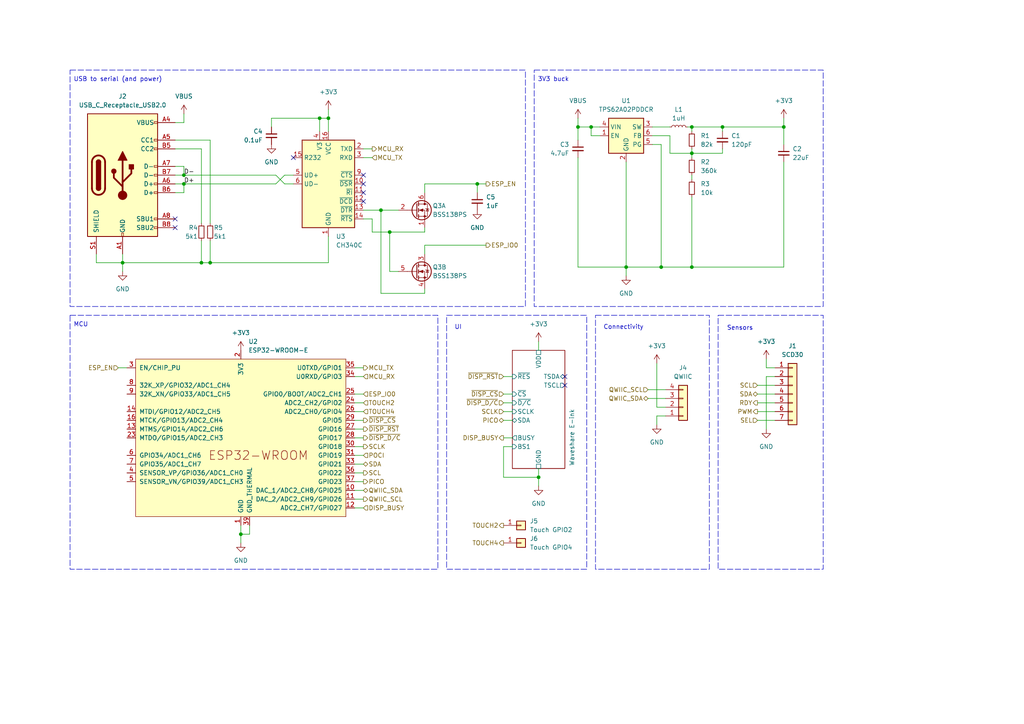
<source format=kicad_sch>
(kicad_sch (version 20231120) (generator "eeschema") (generator_version "8.0")
  (paper "A4")
  (lib_symbols
    (symbol "Connector:USB_C_Receptacle_USB2.0" (pin_names (offset 1.016))
      (property "Reference" "J" (at -10.16 19.05 0))
      (property "Value" "USB_C_Receptacle_USB2.0" (at 19.05 19.05 0))
      (symbol "USB_C_Receptacle_USB2.0_0_0"
        (rectangle (start -0.254 -17.78) (end 0.254 -16.764))
        (rectangle (start 10.16 -14.986) (end 9.144 -15.494))
        (rectangle (start 10.16 -12.446) (end 9.144 -12.954))
        (rectangle (start 10.16 -4.826) (end 9.144 -5.334))
        (rectangle (start 10.16 -2.286) (end 9.144 -2.794))
        (rectangle (start 10.16 0.254) (end 9.144 -0.254))
        (rectangle (start 10.16 2.794) (end 9.144 2.286))
        (rectangle (start 10.16 7.874) (end 9.144 7.366))
        (rectangle (start 10.16 10.414) (end 9.144 9.906))
        (rectangle (start 10.16 15.494) (end 9.144 14.986))
      )
      (symbol "USB_C_Receptacle_USB2.0_0_1"
        (rectangle (start -10.16 17.78) (end 10.16 -17.78) (stroke (width 0.254)) (fill (type background)))
        (arc (start -8.89 -3.81) (mid -6.985 -5.7067) (end -5.08 -3.81) (stroke (width 0.508)))
        (arc (start -7.62 -3.81) (mid -6.985 -4.4423) (end -6.35 -3.81) (stroke (width 0.254)))
        (arc (start -7.62 -3.81) (mid -6.985 -4.4423) (end -6.35 -3.81) (stroke (width 0.254)) (fill (type outline)))
        (rectangle (start -7.62 -3.81) (end -6.35 3.81) (stroke (width 0.254)) (fill (type outline)))
        (arc (start -6.35 3.81) (mid -6.985 4.4423) (end -7.62 3.81) (stroke (width 0.254)))
        (arc (start -6.35 3.81) (mid -6.985 4.4423) (end -7.62 3.81) (stroke (width 0.254)) (fill (type outline)))
        (arc (start -5.08 3.81) (mid -6.985 5.7067) (end -8.89 3.81) (stroke (width 0.508)))
        (circle (center -2.54 1.143) (radius 0.635) (stroke (width 0.254)) (fill (type outline)))
        (circle (center 0 -5.842) (radius 1.27) (fill (type outline)))
        (polyline (pts (xy -8.89 -3.81) (xy -8.89 3.81)) (stroke (width 0.508)))
        (polyline (pts (xy -5.08 3.81) (xy -5.08 -3.81)) (stroke (width 0.508)))
        (polyline (pts (xy 0 -5.842) (xy 0 4.318)) (stroke (width 0.508)))
        (polyline (pts (xy 0 -3.302) (xy -2.54 -0.762) (xy -2.54 0.508)) (stroke (width 0.508)))
        (polyline (pts (xy 0 -2.032) (xy 2.54 0.508) (xy 2.54 1.778)) (stroke (width 0.508)))
        (polyline (pts (xy -1.27 4.318) (xy 0 6.858) (xy 1.27 4.318) (xy -1.27 4.318)) (stroke (width 0.254)) (fill (type outline)))
        (rectangle (start 1.905 1.778) (end 3.175 3.048) (stroke (width 0.254)) (fill (type outline)))
      )
      (symbol "USB_C_Receptacle_USB2.0_1_1"
        (pin passive line (at 0 -22.86 90) (length 5.08) (name "GND") (number "A1"))
        (pin passive line (at 0 -22.86 90) (length 5.08) hide (name "GND") (number "A12"))
        (pin passive line (at 15.24 15.24 180) (length 5.08) (name "VBUS") (number "A4"))
        (pin bidirectional line (at 15.24 10.16 180) (length 5.08) (name "CC1") (number "A5"))
        (pin bidirectional line (at 15.24 -2.54 180) (length 5.08) (name "D+") (number "A6"))
        (pin bidirectional line (at 15.24 2.54 180) (length 5.08) (name "D-") (number "A7"))
        (pin bidirectional line (at 15.24 -12.7 180) (length 5.08) (name "SBU1") (number "A8"))
        (pin passive line (at 15.24 15.24 180) (length 5.08) hide (name "VBUS") (number "A9"))
        (pin passive line (at 0 -22.86 90) (length 5.08) hide (name "GND") (number "B1"))
        (pin passive line (at 0 -22.86 90) (length 5.08) hide (name "GND") (number "B12"))
        (pin passive line (at 15.24 15.24 180) (length 5.08) hide (name "VBUS") (number "B4"))
        (pin bidirectional line (at 15.24 7.62 180) (length 5.08) (name "CC2") (number "B5"))
        (pin bidirectional line (at 15.24 -5.08 180) (length 5.08) (name "D+") (number "B6"))
        (pin bidirectional line (at 15.24 0 180) (length 5.08) (name "D-") (number "B7"))
        (pin bidirectional line (at 15.24 -15.24 180) (length 5.08) (name "SBU2") (number "B8"))
        (pin passive line (at 15.24 15.24 180) (length 5.08) hide (name "VBUS") (number "B9"))
        (pin passive line (at -7.62 -22.86 90) (length 5.08) (name "SHIELD") (number "S1"))
      )
    )
    (symbol "Connector_Generic:Conn_01x01" (pin_names (offset 1.016) hide)
      (property "Reference" "J" (at 0 2.54 0))
      (property "Value" "Conn_01x01" (at 0 -2.54 0))
      (symbol "Conn_01x01_1_1"
        (rectangle (start -1.27 0.127) (end 0 -0.127) (stroke (width 0.1524)))
        (rectangle (start -1.27 1.27) (end 1.27 -1.27) (stroke (width 0.254)) (fill (type background)))
        (pin passive line (at -5.08 0 0) (length 3.81) (name "Pin_1") (number "1"))
      )
    )
    (symbol "Connector_Generic:Conn_01x04" (pin_names (offset 1.016) hide)
      (property "Reference" "J" (at 0 5.08 0))
      (property "Value" "Conn_01x04" (at 0 -7.62 0))
      (symbol "Conn_01x04_1_1"
        (rectangle (start -1.27 -4.953) (end 0 -5.207) (stroke (width 0.1524)))
        (rectangle (start -1.27 -2.413) (end 0 -2.667) (stroke (width 0.1524)))
        (rectangle (start -1.27 0.127) (end 0 -0.127) (stroke (width 0.1524)))
        (rectangle (start -1.27 2.667) (end 0 2.413) (stroke (width 0.1524)))
        (rectangle (start -1.27 3.81) (end 1.27 -6.35) (stroke (width 0.254)) (fill (type background)))
        (pin passive line (at -5.08 2.54 0) (length 3.81) (name "Pin_1") (number "1"))
        (pin passive line (at -5.08 0 0) (length 3.81) (name "Pin_2") (number "2"))
        (pin passive line (at -5.08 -2.54 0) (length 3.81) (name "Pin_3") (number "3"))
        (pin passive line (at -5.08 -5.08 0) (length 3.81) (name "Pin_4") (number "4"))
      )
    )
    (symbol "Connector_Generic:Conn_01x07" (pin_names (offset 1.016) hide)
      (property "Reference" "J" (at 0 10.16 0))
      (property "Value" "Conn_01x07" (at 0 -10.16 0))
      (symbol "Conn_01x07_1_1"
        (rectangle (start -1.27 -7.493) (end 0 -7.747) (stroke (width 0.1524)))
        (rectangle (start -1.27 -4.953) (end 0 -5.207) (stroke (width 0.1524)))
        (rectangle (start -1.27 -2.413) (end 0 -2.667) (stroke (width 0.1524)))
        (rectangle (start -1.27 0.127) (end 0 -0.127) (stroke (width 0.1524)))
        (rectangle (start -1.27 2.667) (end 0 2.413) (stroke (width 0.1524)))
        (rectangle (start -1.27 5.207) (end 0 4.953) (stroke (width 0.1524)))
        (rectangle (start -1.27 7.747) (end 0 7.493) (stroke (width 0.1524)))
        (rectangle (start -1.27 8.89) (end 1.27 -8.89) (stroke (width 0.254)) (fill (type background)))
        (pin passive line (at -5.08 7.62 0) (length 3.81) (name "Pin_1") (number "1"))
        (pin passive line (at -5.08 5.08 0) (length 3.81) (name "Pin_2") (number "2"))
        (pin passive line (at -5.08 2.54 0) (length 3.81) (name "Pin_3") (number "3"))
        (pin passive line (at -5.08 0 0) (length 3.81) (name "Pin_4") (number "4"))
        (pin passive line (at -5.08 -2.54 0) (length 3.81) (name "Pin_5") (number "5"))
        (pin passive line (at -5.08 -5.08 0) (length 3.81) (name "Pin_6") (number "6"))
        (pin passive line (at -5.08 -7.62 0) (length 3.81) (name "Pin_7") (number "7"))
      )
    )
    (symbol "Device:C_Small" (pin_numbers hide) (pin_names (offset 0.254) hide)
      (property "Reference" "C" (at 0.254 1.778 0))
      (property "Value" "C_Small" (at 0.254 -2.032 0))
      (symbol "C_Small_0_1"
        (polyline (pts (xy -1.524 -0.508) (xy 1.524 -0.508)) (stroke (width 0.3302)))
        (polyline (pts (xy -1.524 0.508) (xy 1.524 0.508)) (stroke (width 0.3048)))
      )
      (symbol "C_Small_1_1"
        (pin passive line (at 0 2.54 270) (length 2.032) (name "~") (number "1"))
        (pin passive line (at 0 -2.54 90) (length 2.032) (name "~") (number "2"))
      )
    )
    (symbol "Device:L_Small" (pin_numbers hide) (pin_names (offset 0.254) hide)
      (property "Reference" "L" (at 0.762 1.016 0))
      (property "Value" "L_Small" (at 0.762 -1.016 0))
      (symbol "L_Small_0_1"
        (arc (start 0 -2.032) (mid 0.5058 -1.524) (end 0 -1.016))
        (arc (start 0 -1.016) (mid 0.5058 -0.508) (end 0 0))
        (arc (start 0 0) (mid 0.5058 0.508) (end 0 1.016))
        (arc (start 0 1.016) (mid 0.5058 1.524) (end 0 2.032))
      )
      (symbol "L_Small_1_1"
        (pin passive line (at 0 2.54 270) (length 0.508) (name "~") (number "1"))
        (pin passive line (at 0 -2.54 90) (length 0.508) (name "~") (number "2"))
      )
    )
    (symbol "Device:Q_Dual_NMOS_S1G1D2S2G2D1" (pin_names (offset 0) hide)
      (property "Reference" "Q" (at 6.35 1.27 0))
      (property "Value" "Q_Dual_NMOS_S1G1D2S2G2D1" (at 19.05 -1.27 0))
      (symbol "Q_Dual_NMOS_S1G1D2S2G2D1_0_1"
        (polyline (pts (xy 0.254 0) (xy -2.54 0)))
        (polyline (pts (xy 0.254 1.905) (xy 0.254 -1.905)) (stroke (width 0.254)))
        (polyline (pts (xy 0.762 -1.27) (xy 0.762 -2.286)) (stroke (width 0.254)))
        (polyline (pts (xy 0.762 0.508) (xy 0.762 -0.508)) (stroke (width 0.254)))
        (polyline (pts (xy 0.762 2.286) (xy 0.762 1.27)) (stroke (width 0.254)))
        (polyline (pts (xy 2.54 2.54) (xy 2.54 1.778)))
        (polyline (pts (xy 2.54 -2.54) (xy 2.54 0) (xy 0.762 0)))
        (polyline (pts (xy 0.762 -1.778) (xy 3.302 -1.778) (xy 3.302 1.778) (xy 0.762 1.778)))
        (polyline (pts (xy 1.016 0) (xy 2.032 0.381) (xy 2.032 -0.381) (xy 1.016 0)) (fill (type outline)))
        (polyline (pts (xy 2.794 0.508) (xy 2.921 0.381) (xy 3.683 0.381) (xy 3.81 0.254)))
        (polyline (pts (xy 3.302 0.381) (xy 2.921 -0.254) (xy 3.683 -0.254) (xy 3.302 0.381)))
        (circle (center 1.651 0) (radius 2.794) (stroke (width 0.254)))
        (circle (center 2.54 -1.778) (radius 0.254) (fill (type outline)))
        (circle (center 2.54 1.778) (radius 0.254) (fill (type outline)))
      )
      (symbol "Q_Dual_NMOS_S1G1D2S2G2D1_1_1"
        (pin passive line (at 2.54 -5.08 90) (length 2.54) (name "S") (number "1"))
        (pin input line (at -5.08 0 0) (length 2.54) (name "G") (number "2"))
        (pin passive line (at 2.54 5.08 270) (length 2.54) (name "D") (number "6"))
      )
      (symbol "Q_Dual_NMOS_S1G1D2S2G2D1_2_1"
        (pin passive line (at 2.54 5.08 270) (length 2.54) (name "D") (number "3"))
        (pin passive line (at 2.54 -5.08 90) (length 2.54) (name "S") (number "4"))
        (pin input line (at -5.08 0 0) (length 2.54) (name "G") (number "5"))
      )
    )
    (symbol "Device:R_Small" (pin_numbers hide) (pin_names (offset 0.254) hide)
      (property "Reference" "R" (at 0.762 0.508 0))
      (property "Value" "R_Small" (at 0.762 -1.016 0))
      (symbol "R_Small_0_1"
        (rectangle (start -0.762 1.778) (end 0.762 -1.778) (stroke (width 0.2032)))
      )
      (symbol "R_Small_1_1"
        (pin passive line (at 0 2.54 270) (length 0.762) (name "~") (number "1"))
        (pin passive line (at 0 -2.54 90) (length 0.762) (name "~") (number "2"))
      )
    )
    (symbol "Interface_USB:CH340C"
      (property "Reference" "U" (at -5.08 13.97 0))
      (property "Value" "CH340C" (at 1.27 13.97 0))
      (symbol "CH340C_0_1"
        (rectangle (start -7.62 12.7) (end 7.62 -12.7) (stroke (width 0.254)) (fill (type background)))
      )
      (symbol "CH340C_1_1"
        (pin power_in line (at 0 -15.24 90) (length 2.54) (name "GND") (number "1"))
        (pin input line (at 10.16 0 180) (length 2.54) (name "~{DSR}") (number "10"))
        (pin input line (at 10.16 -2.54 180) (length 2.54) (name "~{RI}") (number "11"))
        (pin input line (at 10.16 -5.08 180) (length 2.54) (name "~{DCD}") (number "12"))
        (pin output line (at 10.16 -7.62 180) (length 2.54) (name "~{DTR}") (number "13"))
        (pin output line (at 10.16 -10.16 180) (length 2.54) (name "~{RTS}") (number "14"))
        (pin input line (at -10.16 7.62 0) (length 2.54) (name "R232") (number "15"))
        (pin power_in line (at 0 15.24 270) (length 2.54) (name "VCC") (number "16"))
        (pin output line (at 10.16 10.16 180) (length 2.54) (name "TXD") (number "2"))
        (pin input line (at 10.16 7.62 180) (length 2.54) (name "RXD") (number "3"))
        (pin passive line (at -2.54 15.24 270) (length 2.54) (name "V3") (number "4"))
        (pin bidirectional line (at -10.16 2.54 0) (length 2.54) (name "UD+") (number "5"))
        (pin bidirectional line (at -10.16 0 0) (length 2.54) (name "UD-") (number "6"))
        (pin no_connect line (at -7.62 -7.62 0) (length 2.54) hide (name "NC") (number "7"))
        (pin no_connect line (at -7.62 -10.16 0) (length 2.54) hide (name "NC") (number "8"))
        (pin input line (at 10.16 2.54 180) (length 2.54) (name "~{CTS}") (number "9"))
      )
    )
    (symbol "PCM_Espressif:ESP32-WROOM-E" (pin_names (offset 1.016))
      (property "Reference" "U" (at -30.48 27.94 0))
      (property "Value" "ESP32-WROOM-E" (at -30.48 25.4 0))
      (symbol "ESP32-WROOM-E_0_1"
        (rectangle (start -30.48 22.86) (end 30.48 -22.86) (fill (type background)))
      )
      (symbol "ESP32-WROOM-E_1_1"
        (text "ESP32-­WROOM­" (at 5.08 -5.08 0) (effects (font (size 2.54 2.54))))
        (pin power_in line (at 0 -25.4 90) (length 2.54) (name "GND") (number "1"))
        (pin bidirectional line (at 33.02 -15.24 180) (length 2.54) (name "DAC_1/ADC2_CH8/GPIO25") (number "10"))
        (pin bidirectional line (at 33.02 -17.78 180) (length 2.54) (name "DAC_2/ADC2_CH9/GPIO26") (number "11"))
        (pin bidirectional line (at 33.02 -20.32 180) (length 2.54) (name "ADC2_CH7/GPIO27") (number "12"))
        (pin bidirectional line (at -33.02 2.54 0) (length 2.54) (name "MTMS/GPIO14/ADC2_CH6") (number "13"))
        (pin bidirectional line (at -33.02 7.62 0) (length 2.54) (name "MTDI/GPIO12/ADC2_CH5") (number "14"))
        (pin passive line (at 0 -25.4 90) (length 2.54) hide (name "GND") (number "15"))
        (pin bidirectional line (at -33.02 5.08 0) (length 2.54) (name "MTCK/GPIO13/ADC2_CH4") (number "16"))
        (pin power_in line (at 0 25.4 270) (length 2.54) (name "3V3") (number "2"))
        (pin bidirectional line (at -33.02 0 0) (length 2.54) (name "MTDO/GPIO15/ADC2_CH3") (number "23"))
        (pin bidirectional line (at 33.02 10.16 180) (length 2.54) (name "ADC2_CH2/GPIO2") (number "24"))
        (pin bidirectional line (at 33.02 12.7 180) (length 2.54) (name "GPIO0/BOOT/ADC2_CH1") (number "25"))
        (pin bidirectional line (at 33.02 7.62 180) (length 2.54) (name "ADC2_CH0/GPIO4") (number "26"))
        (pin bidirectional line (at 33.02 2.54 180) (length 2.54) (name "GPIO16") (number "27"))
        (pin bidirectional line (at 33.02 0 180) (length 2.54) (name "GPIO17") (number "28"))
        (pin bidirectional line (at 33.02 5.08 180) (length 2.54) (name "GPIO5") (number "29"))
        (pin input line (at -33.02 20.32 0) (length 2.54) (name "EN/CHIP_PU") (number "3"))
        (pin bidirectional line (at 33.02 -2.54 180) (length 2.54) (name "GPIO18") (number "30"))
        (pin bidirectional line (at 33.02 -5.08 180) (length 2.54) (name "GPIO19") (number "31"))
        (pin bidirectional line (at 33.02 -7.62 180) (length 2.54) (name "GPIO21") (number "33"))
        (pin bidirectional line (at 33.02 17.78 180) (length 2.54) (name "U0RXD/GPIO3") (number "34"))
        (pin bidirectional line (at 33.02 20.32 180) (length 2.54) (name "U0TXD/GPIO1") (number "35"))
        (pin bidirectional line (at 33.02 -10.16 180) (length 2.54) (name "GPIO22") (number "36"))
        (pin bidirectional line (at 33.02 -12.7 180) (length 2.54) (name "GPIO23") (number "37"))
        (pin passive line (at 0 -25.4 90) (length 2.54) hide (name "GND") (number "38"))
        (pin power_in line (at 2.54 -25.4 90) (length 2.54) (name "GND_THERMAL") (number "39"))
        (pin input line (at -33.02 -10.16 0) (length 2.54) (name "SENSOR_VP/GPIO36/ADC1_CH0") (number "4"))
        (pin input line (at -33.02 -12.7 0) (length 2.54) (name "SENSOR_VN/GPIO39/ADC1_CH3") (number "5"))
        (pin input line (at -33.02 -5.08 0) (length 2.54) (name "GPIO34/ADC1_CH6") (number "6"))
        (pin input line (at -33.02 -7.62 0) (length 2.54) (name "GPIO35/ADC1_CH7") (number "7"))
        (pin bidirectional line (at -33.02 15.24 0) (length 2.54) (name "32K_XP/GPIO32/ADC1_CH4") (number "8"))
        (pin bidirectional line (at -33.02 12.7 0) (length 2.54) (name "32K_XN/GPIO33/ADC1_CH5") (number "9"))
      )
    )
    (symbol "Regulator_Switching:TLV62569DDC"
      (property "Reference" "U" (at -5.08 6.35 0))
      (property "Value" "TLV62569DDC" (at 0 6.35 0))
      (symbol "TLV62569DDC_0_1"
        (rectangle (start -5.08 5.08) (end 5.08 -5.08) (stroke (width 0.254)) (fill (type background)))
      )
      (symbol "TLV62569DDC_1_1"
        (pin input line (at -7.62 0 0) (length 2.54) (name "EN") (number "1"))
        (pin power_in line (at 0 -7.62 90) (length 2.54) (name "GND") (number "2"))
        (pin power_out line (at 7.62 2.54 180) (length 2.54) (name "SW") (number "3"))
        (pin power_in line (at -7.62 2.54 0) (length 2.54) (name "VIN") (number "4"))
        (pin open_collector line (at 7.62 -2.54 180) (length 2.54) (name "PG") (number "5"))
        (pin input line (at 7.62 0 180) (length 2.54) (name "FB") (number "6"))
      )
    )
    (symbol "power:+3V3" (power) (pin_names (offset 0))
      (property "Value" "+3V3" (at 0 3.556 0))
      (symbol "+3V3_0_1"
        (polyline (pts (xy -0.762 1.27) (xy 0 2.54)))
        (polyline (pts (xy 0 0) (xy 0 2.54)))
        (polyline (pts (xy 0 2.54) (xy 0.762 1.27)))
      )
      (symbol "+3V3_1_1"
        (pin power_in line (at 0 0 90) (length 0) hide (name "+3V3") (number "1"))
      )
    )
    (symbol "power:GND" (power) (pin_names (offset 0))
      (property "Value" "GND" (at 0 -3.81 0))
      (symbol "GND_0_1"
        (polyline (pts (xy 0 0) (xy 0 -1.27) (xy 1.27 -1.27) (xy 0 -2.54) (xy -1.27 -1.27) (xy 0 -1.27)))
      )
      (symbol "GND_1_1"
        (pin power_in line (at 0 0 270) (length 0) hide (name "GND") (number "1"))
      )
    )
    (symbol "power:VBUS" (power) (pin_names (offset 0))
      (property "Value" "VBUS" (at 0 3.81 0))
      (symbol "VBUS_0_1"
        (polyline (pts (xy -0.762 1.27) (xy 0 2.54)))
        (polyline (pts (xy 0 0) (xy 0 2.54)))
        (polyline (pts (xy 0 2.54) (xy 0.762 1.27)))
      )
      (symbol "VBUS_1_1"
        (pin power_in line (at 0 0 90) (length 0) hide (name "VBUS") (number "1"))
      )
    )
  )
  (junction (at 113.03 67.31))
  (junction (at 138.43 53.34))
  (junction (at 95.25 34.29))
  (junction (at 200.66 44.45))
  (junction (at 200.66 77.47))
  (junction (at 227.33 36.83))
  (junction (at 53.34 53.34))
  (junction (at 167.64 36.83))
  (junction (at 69.85 154.94))
  (junction (at 209.55 36.83))
  (junction (at 58.42 76.2))
  (junction (at 156.21 138.43))
  (junction (at 171.45 36.83))
  (junction (at 110.49 60.96))
  (junction (at 191.77 77.47))
  (junction (at 35.56 76.2))
  (junction (at 92.71 34.29))
  (junction (at 181.61 77.47))
  (junction (at 60.96 76.2))
  (junction (at 200.66 36.83))
  (junction (at 53.34 50.8))
  (no_connect (at 105.41 50.8))
  (no_connect (at 50.8 66.04))
  (no_connect (at 163.83 109.22))
  (no_connect (at 105.41 58.42))
  (no_connect (at 50.8 63.5))
  (no_connect (at 85.09 45.72))
  (no_connect (at 105.41 53.34))
  (no_connect (at 163.83 111.76))
  (no_connect (at 105.41 55.88))
  (wire (pts (xy 60.96 69.85) (xy 60.96 76.2)))
  (wire (pts (xy 224.79 119.38) (xy 219.71 119.38)))
  (wire (pts (xy 146.05 109.22) (xy 148.59 109.22)))
  (wire (pts (xy 35.56 73.66) (xy 35.56 76.2)))
  (wire (pts (xy 58.42 76.2) (xy 60.96 76.2)))
  (wire (pts (xy 102.87 132.08) (xy 105.41 132.08)))
  (wire (pts (xy 60.96 64.77) (xy 60.96 40.64)))
  (wire (pts (xy 102.87 134.62) (xy 105.41 134.62)))
  (wire (pts (xy 102.87 116.84) (xy 105.41 116.84)))
  (wire (pts (xy 227.33 36.83) (xy 227.33 41.91)))
  (wire (pts (xy 102.87 114.3) (xy 105.41 114.3)))
  (wire (pts (xy 156.21 99.06) (xy 156.21 101.6)))
  (wire (pts (xy 193.04 118.11) (xy 190.5 118.11)))
  (wire (pts (xy 102.87 106.68) (xy 105.41 106.68)))
  (wire (pts (xy 102.87 139.7) (xy 105.41 139.7)))
  (wire (pts (xy 187.96 113.03) (xy 193.04 113.03)))
  (wire (pts (xy 85.09 53.34) (xy 82.55 53.34)))
  (wire (pts (xy 53.34 53.34) (xy 80.01 53.34)))
  (wire (pts (xy 27.94 76.2) (xy 35.56 76.2)))
  (wire (pts (xy 209.55 38.1) (xy 209.55 36.83)))
  (wire (pts (xy 102.87 124.46) (xy 105.41 124.46)))
  (wire (pts (xy 167.64 34.29) (xy 167.64 36.83)))
  (wire (pts (xy 69.85 152.4) (xy 69.85 154.94)))
  (wire (pts (xy 148.59 129.54) (xy 146.05 129.54)))
  (wire (pts (xy 105.41 45.72) (xy 107.95 45.72)))
  (wire (pts (xy 102.87 137.16) (xy 105.41 137.16)))
  (wire (pts (xy 50.8 35.56) (xy 53.34 35.56)))
  (wire (pts (xy 199.39 36.83) (xy 200.66 36.83)))
  (wire (pts (xy 200.66 50.8) (xy 200.66 52.07)))
  (wire (pts (xy 105.41 63.5) (xy 107.95 63.5)))
  (wire (pts (xy 34.29 106.68) (xy 36.83 106.68)))
  (wire (pts (xy 222.25 109.22) (xy 222.25 124.46)))
  (wire (pts (xy 167.64 36.83) (xy 171.45 36.83)))
  (wire (pts (xy 209.55 36.83) (xy 227.33 36.83)))
  (wire (pts (xy 146.05 121.92) (xy 148.59 121.92)))
  (wire (pts (xy 181.61 46.99) (xy 181.61 77.47)))
  (wire (pts (xy 95.25 68.58) (xy 95.25 76.2)))
  (wire (pts (xy 82.55 53.34) (xy 80.01 50.8)))
  (wire (pts (xy 50.8 50.8) (xy 53.34 50.8)))
  (wire (pts (xy 146.05 129.54) (xy 146.05 138.43)))
  (wire (pts (xy 107.95 67.31) (xy 113.03 67.31)))
  (wire (pts (xy 224.79 109.22) (xy 222.25 109.22)))
  (wire (pts (xy 156.21 138.43) (xy 156.21 135.89)))
  (wire (pts (xy 53.34 55.88) (xy 50.8 55.88)))
  (wire (pts (xy 123.19 73.66) (xy 123.19 71.12)))
  (wire (pts (xy 50.8 53.34) (xy 53.34 53.34)))
  (wire (pts (xy 60.96 40.64) (xy 50.8 40.64)))
  (wire (pts (xy 58.42 69.85) (xy 58.42 76.2)))
  (wire (pts (xy 189.23 39.37) (xy 194.31 39.37)))
  (wire (pts (xy 138.43 53.34) (xy 140.97 53.34)))
  (wire (pts (xy 58.42 64.77) (xy 58.42 43.18)))
  (wire (pts (xy 123.19 83.82) (xy 123.19 85.09)))
  (wire (pts (xy 102.87 121.92) (xy 105.41 121.92)))
  (wire (pts (xy 123.19 85.09) (xy 110.49 85.09)))
  (wire (pts (xy 146.05 127) (xy 148.59 127)))
  (wire (pts (xy 53.34 50.8) (xy 80.01 50.8)))
  (wire (pts (xy 200.66 36.83) (xy 200.66 38.1)))
  (wire (pts (xy 191.77 77.47) (xy 181.61 77.47)))
  (wire (pts (xy 146.05 119.38) (xy 148.59 119.38)))
  (wire (pts (xy 224.79 121.92) (xy 219.71 121.92)))
  (wire (pts (xy 138.43 53.34) (xy 138.43 55.88)))
  (wire (pts (xy 102.87 127) (xy 105.41 127)))
  (wire (pts (xy 146.05 116.84) (xy 148.59 116.84)))
  (wire (pts (xy 227.33 46.99) (xy 227.33 77.47)))
  (wire (pts (xy 53.34 48.26) (xy 50.8 48.26)))
  (wire (pts (xy 200.66 77.47) (xy 191.77 77.47)))
  (wire (pts (xy 171.45 36.83) (xy 173.99 36.83)))
  (wire (pts (xy 53.34 53.34) (xy 53.34 55.88)))
  (wire (pts (xy 95.25 31.75) (xy 95.25 34.29)))
  (wire (pts (xy 194.31 44.45) (xy 200.66 44.45)))
  (wire (pts (xy 102.87 142.24) (xy 105.41 142.24)))
  (wire (pts (xy 105.41 43.18) (xy 107.95 43.18)))
  (wire (pts (xy 113.03 78.74) (xy 115.57 78.74)))
  (wire (pts (xy 187.96 115.57) (xy 193.04 115.57)))
  (wire (pts (xy 107.95 63.5) (xy 107.95 67.31)))
  (wire (pts (xy 200.66 44.45) (xy 209.55 44.45)))
  (wire (pts (xy 209.55 36.83) (xy 200.66 36.83)))
  (wire (pts (xy 72.39 152.4) (xy 72.39 154.94)))
  (wire (pts (xy 200.66 57.15) (xy 200.66 77.47)))
  (wire (pts (xy 27.94 76.2) (xy 27.94 73.66)))
  (wire (pts (xy 181.61 77.47) (xy 181.61 80.01)))
  (wire (pts (xy 82.55 50.8) (xy 80.01 53.34)))
  (wire (pts (xy 190.5 120.65) (xy 190.5 123.19)))
  (wire (pts (xy 53.34 33.02) (xy 53.34 35.56)))
  (wire (pts (xy 102.87 147.32) (xy 105.41 147.32)))
  (wire (pts (xy 72.39 154.94) (xy 69.85 154.94)))
  (wire (pts (xy 82.55 50.8) (xy 85.09 50.8)))
  (wire (pts (xy 146.05 114.3) (xy 148.59 114.3)))
  (wire (pts (xy 35.56 76.2) (xy 58.42 76.2)))
  (wire (pts (xy 224.79 111.76) (xy 219.71 111.76)))
  (wire (pts (xy 123.19 66.04) (xy 123.19 67.31)))
  (wire (pts (xy 209.55 44.45) (xy 209.55 43.18)))
  (wire (pts (xy 92.71 34.29) (xy 92.71 38.1)))
  (wire (pts (xy 191.77 41.91) (xy 191.77 77.47)))
  (wire (pts (xy 227.33 77.47) (xy 200.66 77.47)))
  (wire (pts (xy 123.19 71.12) (xy 140.97 71.12)))
  (wire (pts (xy 105.41 60.96) (xy 110.49 60.96)))
  (wire (pts (xy 224.79 114.3) (xy 219.71 114.3)))
  (wire (pts (xy 60.96 76.2) (xy 95.25 76.2)))
  (wire (pts (xy 110.49 60.96) (xy 110.49 85.09)))
  (wire (pts (xy 123.19 67.31) (xy 113.03 67.31)))
  (wire (pts (xy 189.23 36.83) (xy 194.31 36.83)))
  (wire (pts (xy 200.66 43.18) (xy 200.66 44.45)))
  (wire (pts (xy 110.49 60.96) (xy 115.57 60.96)))
  (wire (pts (xy 102.87 109.22) (xy 105.41 109.22)))
  (wire (pts (xy 95.25 34.29) (xy 95.25 38.1)))
  (wire (pts (xy 78.74 34.29) (xy 92.71 34.29)))
  (wire (pts (xy 167.64 45.72) (xy 167.64 77.47)))
  (wire (pts (xy 173.99 39.37) (xy 171.45 39.37)))
  (wire (pts (xy 123.19 53.34) (xy 138.43 53.34)))
  (wire (pts (xy 146.05 138.43) (xy 156.21 138.43)))
  (wire (pts (xy 53.34 50.8) (xy 53.34 48.26)))
  (wire (pts (xy 102.87 144.78) (xy 105.41 144.78)))
  (wire (pts (xy 227.33 34.29) (xy 227.33 36.83)))
  (wire (pts (xy 191.77 41.91) (xy 189.23 41.91)))
  (wire (pts (xy 167.64 40.64) (xy 167.64 36.83)))
  (wire (pts (xy 181.61 77.47) (xy 167.64 77.47)))
  (wire (pts (xy 171.45 39.37) (xy 171.45 36.83)))
  (wire (pts (xy 113.03 67.31) (xy 113.03 78.74)))
  (wire (pts (xy 69.85 154.94) (xy 69.85 157.48)))
  (wire (pts (xy 35.56 76.2) (xy 35.56 78.74)))
  (wire (pts (xy 156.21 138.43) (xy 156.21 140.97)))
  (wire (pts (xy 224.79 116.84) (xy 219.71 116.84)))
  (wire (pts (xy 194.31 39.37) (xy 194.31 44.45)))
  (wire (pts (xy 190.5 105.41) (xy 190.5 118.11)))
  (wire (pts (xy 92.71 34.29) (xy 95.25 34.29)))
  (wire (pts (xy 102.87 119.38) (xy 105.41 119.38)))
  (wire (pts (xy 224.79 106.68) (xy 222.25 106.68)))
  (wire (pts (xy 78.74 36.83) (xy 78.74 34.29)))
  (wire (pts (xy 222.25 104.14) (xy 222.25 106.68)))
  (wire (pts (xy 200.66 44.45) (xy 200.66 45.72)))
  (wire (pts (xy 58.42 43.18) (xy 50.8 43.18)))
  (wire (pts (xy 193.04 120.65) (xy 190.5 120.65)))
  (wire (pts (xy 123.19 55.88) (xy 123.19 53.34)))
  (wire (pts (xy 102.87 129.54) (xy 105.41 129.54)))
  (rectangle (start 129.54 91.44) (end 170.18 165.1) (stroke (width 0) (type dash)))
  (rectangle (start 154.94 20.32) (end 238.76 88.9) (stroke (width 0) (type dash)))
  (rectangle (start 208.28 91.44) (end 238.76 165.1) (stroke (width 0) (type dash)))
  (rectangle (start 20.32 91.44) (end 127 165.1) (stroke (width 0) (type dash)))
  (rectangle (start 172.72 91.44) (end 205.74 165.1) (stroke (width 0) (type dash)))
  (rectangle (start 20.32 20.32) (end 152.4 88.9) (stroke (width 0) (type dash)))
  (text "3V3 buck" (at 155.956 22.352 0) (effects (font (size 1.27 1.27)) (justify left top)))
  (text "USB to serial (and power)" (at 21.336 22.352 0) (effects (font (size 1.27 1.27)) (justify left top)))
  (text "Connectivity" (at 175.006 94.234 0) (effects (font (size 1.27 1.27)) (justify left top)))
  (text "Sensors" (at 210.82 94.488 0) (effects (font (size 1.27 1.27)) (justify left top)))
  (text "MCU" (at 21.336 93.472 0) (effects (font (size 1.27 1.27)) (justify left top)))
  (text "UI" (at 131.826 94.234 0) (effects (font (size 1.27 1.27)) (justify left top)))
  (label "D+" (at 53.34 53.34 0))
  (label "D-" (at 53.34 50.8 0))
  (hierarchical_label "ESP_EN" (shape input) (at 34.29 106.68 180))
  (hierarchical_label "QWIIC_SCL" (shape output) (at 105.41 144.78 0))
  (hierarchical_label "SCLK" (shape output) (at 105.41 129.54 0))
  (hierarchical_label "MCU_RX" (shape output) (at 107.95 43.18 0))
  (hierarchical_label "~{DISP_CS}" (shape input) (at 146.05 114.3 180))
  (hierarchical_label "SDA" (shape bidirectional) (at 105.41 134.62 0))
  (hierarchical_label "SCLK" (shape input) (at 146.05 119.38 180))
  (hierarchical_label "MCU_TX" (shape input) (at 107.95 45.72 0))
  (hierarchical_label "PICO" (shape output) (at 105.41 139.7 0))
  (hierarchical_label "SCL" (shape output) (at 105.41 137.16 0))
  (hierarchical_label "DISP_BUSY" (shape input) (at 105.41 147.32 0))
  (hierarchical_label "~{DISP_D{slash}C}" (shape output) (at 105.41 127 0))
  (hierarchical_label "SEL" (shape input) (at 219.71 121.92 180))
  (hierarchical_label "ESP_IO0" (shape input) (at 105.41 114.3 0))
  (hierarchical_label "~{DISP_RST}" (shape output) (at 105.41 124.46 0))
  (hierarchical_label "DISP_BUSY" (shape output) (at 146.05 127 180))
  (hierarchical_label "TOUCH4" (shape input) (at 105.41 119.38 0))
  (hierarchical_label "~{DISP_CS}" (shape output) (at 105.41 121.92 0))
  (hierarchical_label "PICO" (shape bidirectional) (at 146.05 121.92 180))
  (hierarchical_label "~{DISP_D{slash}C}" (shape input) (at 146.05 116.84 180))
  (hierarchical_label "RDY" (shape output) (at 219.71 116.84 180))
  (hierarchical_label "ESP_IO0" (shape output) (at 140.97 71.12 0))
  (hierarchical_label "MCU_TX" (shape output) (at 105.41 106.68 0))
  (hierarchical_label "MCU_RX" (shape input) (at 105.41 109.22 0))
  (hierarchical_label "ESP_EN" (shape output) (at 140.97 53.34 0))
  (hierarchical_label "QWIIC_SCL" (shape input) (at 187.96 113.03 180))
  (hierarchical_label "TOUCH2" (shape output) (at 146.05 152.4 180))
  (hierarchical_label "SDA" (shape bidirectional) (at 219.71 114.3 180))
  (hierarchical_label "~{DISP_RST}" (shape input) (at 146.05 109.22 180))
  (hierarchical_label "POCI" (shape input) (at 105.41 132.08 0))
  (hierarchical_label "PWM" (shape output) (at 219.71 119.38 180))
  (hierarchical_label "SCL" (shape input) (at 219.71 111.76 180))
  (hierarchical_label "TOUCH4" (shape output) (at 146.05 157.48 180))
  (hierarchical_label "QWIIC_SDA" (shape bidirectional) (at 105.41 142.24 0))
  (hierarchical_label "QWIIC_SDA" (shape bidirectional) (at 187.96 115.57 180))
  (hierarchical_label "TOUCH2" (shape input) (at 105.41 116.84 0))
  (symbol (lib_id "Device:Q_Dual_NMOS_S1G1D2S2G2D1") (at 120.65 78.74 0) (unit 2)
    (property "Reference" "Q3" (at 125.476 77.47 0) (effects (justify left)))
    (property "Value" "BSS138PS" (at 125.476 80.01 0) (effects (justify left)))
    (property "Footprint" "Package_TO_SOT_SMD:SOT-363_SC-70-6" (effects (hide yes)))
    (property "Datasheet" "https://www.lcsc.com/datasheet/lcsc_datasheet_2411121101_TECH-PUBLIC-BSS138PS_C2912548.pdf" (effects (hide yes)))
    (property "Description" "Dual NMOS transistor, 6 pin package" (effects (hide yes)))
    (property "LCSC" "C193381" (effects (hide yes)))
  )
  (symbol (lib_id "Device:L_Small") (at 196.85 36.83 90) (unit 1)
    (property "Reference" "L1" (at 196.85 31.75 90))
    (property "Value" "1uH" (at 196.85 34.29 90))
    (property "Footprint" "Inductor_SMD:L_1008_2520Metric" (effects (hide yes)))
    (property "Description" "Inductor, small symbol" (effects (hide yes)))
    (property "LCSC" "C435392" (effects (hide yes)))
  )
  (symbol (lib_id "Connector_Generic:Conn_01x01") (at 151.13 157.48 0) (unit 1)
    (property "Reference" "J6" (at 153.67 156.2099 0) (effects (justify left)))
    (property "Value" "Touch GPIO4" (at 153.67 158.7499 0) (effects (justify left)))
    (property "Footprint" "TestPoint:TestPoint_Pad_D1.0mm" (effects (hide yes)))
    (property "Description" "Generic connector, single row, 01x01, script generated (kicad-library-utils/schlib/autogen/connector/)" (effects (hide yes)))
  )
  (symbol (lib_id "power:+3V3") (at 69.85 101.6 0) (unit 1)
    (property "Reference" "#PWR03" (effects (hide yes)))
    (property "Value" "+3V3" (at 69.85 96.52 0))
    (property "Description" "Power symbol creates a global label with name \"+3V3\"" (effects (hide yes)))
  )
  (symbol (lib_id "Connector_Generic:Conn_01x04") (at 198.12 118.11 0) (mirror x) (unit 1)
    (property "Reference" "J4" (at 198.12 106.68 0))
    (property "Value" "QWIIC" (at 198.12 109.22 0))
    (property "Footprint" "Connector_JST:JST_SH_SM04B-SRSS-TB_1x04-1MP_P1.00mm_Horizontal" (effects (hide yes)))
    (property "Description" "Generic connector, single row, 01x04, script generated (kicad-library-utils/schlib/autogen/connector/)" (effects (hide yes)))
  )
  (symbol (lib_id "Device:R_Small") (at 200.66 48.26 0) (unit 1)
    (property "Reference" "R2" (at 203.2 46.9899 0) (effects (justify left)))
    (property "Value" "360k" (at 203.2 49.5299 0) (effects (justify left)))
    (property "Footprint" "Resistor_SMD:R_0603_1608Metric" (effects (hide yes)))
    (property "Description" "Resistor, small symbol" (effects (hide yes)))
    (property "LCSC" "C23146" (effects (hide yes)))
  )
  (symbol (lib_id "Device:C_Small") (at 227.33 44.45 0) (unit 1)
    (property "Reference" "C2" (at 229.87 43.1862 0) (effects (justify left)))
    (property "Value" "22uF" (at 229.87 45.7262 0) (effects (justify left)))
    (property "Footprint" "Capacitor_SMD:C_0805_2012Metric" (effects (hide yes)))
    (property "Description" "Unpolarized capacitor, small symbol" (effects (hide yes)))
    (property "MPN" "GRM21BZ71A226KE15L" (effects (hide yes)))
    (property "LCSC" "C45783" (effects (hide yes)))
  )
  (symbol (lib_id "power:+3V3") (at 95.25 31.75 0) (unit 1)
    (property "Reference" "#PWR010" (effects (hide yes)))
    (property "Value" "+3V3" (at 95.25 26.67 0))
    (property "Description" "Power symbol creates a global label with name \"+3V3\"" (effects (hide yes)))
  )
  (symbol (lib_id "Connector:USB_C_Receptacle_USB2.0") (at 35.56 50.8 0) (unit 1)
    (property "Reference" "J2" (at 35.56 27.94 0))
    (property "Value" "USB_C_Receptacle_USB2.0" (at 35.56 30.48 0))
    (property "Footprint" "Connector_USB:USB_C_Receptacle_HRO_TYPE-C-31-M-12" (effects (hide yes)))
    (property "Datasheet" "https://www.usb.org/sites/default/files/documents/usb_type-c.zip" (effects (hide yes)))
    (property "Description" "USB 2.0-only Type-C Receptacle connector" (effects (hide yes)))
    (property "LCSC" "C165948" (effects (hide yes)))
  )
  (symbol (lib_id "power:GND") (at 78.74 41.91 0) (unit 1)
    (property "Reference" "#PWR08" (effects (hide yes)))
    (property "Value" "GND" (at 78.74 46.99 0))
    (property "Description" "Power symbol creates a global label with name \"GND\" , ground" (effects (hide yes)))
  )
  (symbol (lib_id "PCM_Espressif:ESP32-WROOM-E") (at 69.85 127 0) (unit 1)
    (property "Reference" "U2" (at 72.0441 99.06 0) (effects (justify left)))
    (property "Value" "ESP32-WROOM-E" (at 72.0441 101.6 0) (effects (justify left)))
    (property "Footprint" "PCM_Espressif:ESP32-WROOM-32E" (effects (hide yes)))
    (property "Datasheet" "https://www.espressif.com/sites/default/files/documentation/esp32-wroom-32e_esp32-wroom-32ue_datasheet_en.pdf" (effects (hide yes)))
    (property "Description" "ESP32-WROOM-32E integrates ESP32-D0WD-V3, with higher stability and safety performance." (effects (hide yes)))
  )
  (symbol (lib_id "power:GND") (at 156.21 140.97 0) (unit 1)
    (property "Reference" "#PWR012" (effects (hide yes)))
    (property "Value" "GND" (at 156.21 146.05 0))
    (property "Description" "Power symbol creates a global label with name \"GND\" , ground" (effects (hide yes)))
  )
  (symbol (lib_id "Connector_Generic:Conn_01x07") (at 229.87 114.3 0) (unit 1)
    (property "Reference" "J1" (at 229.87 100.33 0))
    (property "Value" "SCD30" (at 229.87 102.87 0))
    (property "Footprint" "Connector_PinHeader_2.54mm:PinHeader_1x07_P2.54mm_Vertical" (effects (hide yes)))
    (property "Description" "Generic connector, single row, 01x07, script generated (kicad-library-utils/schlib/autogen/connector/)" (effects (hide yes)))
  )
  (symbol (lib_id "power:+3V3") (at 190.5 105.41 0) (unit 1)
    (property "Reference" "#PWR014" (effects (hide yes)))
    (property "Value" "+3V3" (at 190.5 100.33 0))
    (property "Description" "Power symbol creates a global label with name \"+3V3\"" (effects (hide yes)))
  )
  (symbol (lib_id "power:GND") (at 222.25 124.46 0) (unit 1)
    (property "Reference" "#PWR016" (effects (hide yes)))
    (property "Value" "GND" (at 222.25 129.54 0))
    (property "Description" "Power symbol creates a global label with name \"GND\" , ground" (effects (hide yes)))
  )
  (symbol (lib_id "Device:R_Small") (at 200.66 40.64 0) (unit 1)
    (property "Reference" "R1" (at 203.2 39.3699 0) (effects (justify left)))
    (property "Value" "82k" (at 203.2 41.9099 0) (effects (justify left)))
    (property "Footprint" "Resistor_SMD:R_0603_1608Metric" (effects (hide yes)))
    (property "Description" "Resistor, small symbol" (effects (hide yes)))
    (property "LCSC" "C23254" (effects (hide yes)))
  )
  (symbol (lib_id "power:GND") (at 190.5 123.19 0) (unit 1)
    (property "Reference" "#PWR013" (effects (hide yes)))
    (property "Value" "GND" (at 190.5 128.27 0))
    (property "Description" "Power symbol creates a global label with name \"GND\" , ground" (effects (hide yes)))
  )
  (symbol (lib_id "power:GND") (at 35.56 78.74 0) (unit 1)
    (property "Reference" "#PWR04" (effects (hide yes)))
    (property "Value" "GND" (at 35.56 83.82 0))
    (property "Description" "Power symbol creates a global label with name \"GND\" , ground" (effects (hide yes)))
  )
  (symbol (lib_id "Device:C_Small") (at 167.64 43.18 0) (mirror y) (unit 1)
    (property "Reference" "C3" (at 165.1 41.9162 0) (effects (justify left)))
    (property "Value" "4.7uF" (at 165.1 44.4562 0) (effects (justify left)))
    (property "Footprint" "Capacitor_SMD:C_0805_2012Metric" (effects (hide yes)))
    (property "Description" "Unpolarized capacitor, small symbol" (effects (hide yes)))
    (property "MPN" "GRM21BR71A475KA73L" (effects (hide yes)))
    (property "LCSC" "C19666" (effects (hide yes)))
  )
  (symbol (lib_id "Device:Q_Dual_NMOS_S1G1D2S2G2D1") (at 120.65 60.96 0) (unit 1)
    (property "Reference" "Q3" (at 125.476 59.69 0) (effects (justify left)))
    (property "Value" "BSS138PS" (at 125.476 62.23 0) (effects (justify left)))
    (property "Footprint" "Package_TO_SOT_SMD:SOT-363_SC-70-6" (effects (hide yes)))
    (property "Datasheet" "https://www.lcsc.com/datasheet/lcsc_datasheet_2411121101_TECH-PUBLIC-BSS138PS_C2912548.pdf" (effects (hide yes)))
    (property "Description" "Dual NMOS transistor, 6 pin package" (effects (hide yes)))
    (property "LCSC" "C193381" (effects (hide yes)))
  )
  (symbol (lib_id "Device:R_Small") (at 58.42 67.31 0) (mirror y) (unit 1)
    (property "Reference" "R4" (at 57.404 66.04 0) (effects (justify left)))
    (property "Value" "5k1" (at 57.404 68.58 0) (effects (justify left)))
    (property "Footprint" "Resistor_SMD:R_0603_1608Metric" (effects (hide yes)))
    (property "Description" "Resistor, small symbol" (effects (hide yes)))
    (property "LCSC" "C6119849" (effects (hide yes)))
  )
  (symbol (lib_id "power:+3V3") (at 156.21 99.06 0) (unit 1)
    (property "Reference" "#PWR015" (effects (hide yes)))
    (property "Value" "+3V3" (at 156.21 93.98 0))
    (property "Description" "Power symbol creates a global label with name \"+3V3\"" (effects (hide yes)))
  )
  (symbol (lib_id "Device:R_Small") (at 200.66 54.61 0) (unit 1)
    (property "Reference" "R3" (at 203.2 53.3399 0) (effects (justify left)))
    (property "Value" "10k" (at 203.2 55.8799 0) (effects (justify left)))
    (property "Footprint" "Resistor_SMD:R_0603_1608Metric" (effects (hide yes)))
    (property "Description" "Resistor, small symbol" (effects (hide yes)))
    (property "LCSC" "C25804" (effects (hide yes)))
  )
  (symbol (lib_id "Regulator_Switching:TLV62569DDC") (at 181.61 39.37 0) (unit 1)
    (property "Reference" "U1" (at 181.61 29.21 0))
    (property "Value" "TPS62A02PDDCR" (at 181.61 31.75 0))
    (property "Footprint" "Package_TO_SOT_SMD:SOT-23-6" (effects (hide yes)))
    (property "Datasheet" "https://www.ti.com/lit/ds/symlink/tps62a02.pdf" (effects (hide yes)))
    (property "Description" "High Efficiency Synchronous Buck Converter, Adjustable Output 0.6V-5.5V, 2A, SOT-23-6" (effects (hide yes)))
    (property "LCSC" "C22445521" (effects (hide yes)))
  )
  (symbol (lib_id "power:+3V3") (at 227.33 34.29 0) (unit 1)
    (property "Reference" "#PWR07" (effects (hide yes)))
    (property "Value" "+3V3" (at 227.33 29.21 0))
    (property "Description" "Power symbol creates a global label with name \"+3V3\"" (effects (hide yes)))
  )
  (symbol (lib_id "Connector_Generic:Conn_01x01") (at 151.13 152.4 0) (unit 1)
    (property "Reference" "J5" (at 153.67 151.1299 0) (effects (justify left)))
    (property "Value" "Touch GPIO2" (at 153.67 153.6699 0) (effects (justify left)))
    (property "Footprint" "TestPoint:TestPoint_Pad_D1.0mm" (effects (hide yes)))
    (property "Description" "Generic connector, single row, 01x01, script generated (kicad-library-utils/schlib/autogen/connector/)" (effects (hide yes)))
  )
  (symbol (lib_id "power:GND") (at 138.43 60.96 0) (unit 1)
    (property "Reference" "#PWR09" (effects (hide yes)))
    (property "Value" "GND" (at 138.43 66.04 0))
    (property "Description" "Power symbol creates a global label with name \"GND\" , ground" (effects (hide yes)))
  )
  (symbol (lib_id "Device:R_Small") (at 60.96 67.31 0) (unit 1)
    (property "Reference" "R5" (at 61.976 66.04 0) (effects (justify left)))
    (property "Value" "5k1" (at 61.976 68.58 0) (effects (justify left)))
    (property "Footprint" "Resistor_SMD:R_0603_1608Metric" (effects (hide yes)))
    (property "Description" "Resistor, small symbol" (effects (hide yes)))
    (property "LCSC" "C6119849" (effects (hide yes)))
  )
  (symbol (lib_id "Device:C_Small") (at 209.55 40.64 0) (unit 1)
    (property "Reference" "C1" (at 212.09 39.3762 0) (effects (justify left)))
    (property "Value" "120pF" (at 212.09 41.9162 0) (effects (justify left)))
    (property "Footprint" "Capacitor_SMD:C_0402_1005Metric" (effects (hide yes)))
    (property "Description" "Unpolarized capacitor, small symbol" (effects (hide yes)))
    (property "LCSC" "C106996" (effects (hide yes)))
  )
  (symbol (lib_id "Interface_USB:CH340C") (at 95.25 53.34 0) (unit 1)
    (property "Reference" "U3" (at 97.4441 68.58 0) (effects (justify left)))
    (property "Value" "CH340C" (at 97.4441 71.12 0) (effects (justify left)))
    (property "Footprint" "Package_SO:SOIC-16_3.9x9.9mm_P1.27mm" (effects (hide yes)))
    (property "Datasheet" "https://datasheet.lcsc.com/szlcsc/Jiangsu-Qin-Heng-CH340C_C84681.pdf" (effects (hide yes)))
    (property "Description" "USB serial converter, UART, SOIC-16" (effects (hide yes)))
    (property "LCSC" "C7464026" (effects (hide yes)))
  )
  (symbol (lib_id "Device:C_Small") (at 138.43 58.42 0) (unit 1)
    (property "Reference" "C5" (at 140.97 57.1562 0) (effects (justify left)))
    (property "Value" "1uF" (at 140.97 59.6962 0) (effects (justify left)))
    (property "Footprint" "Capacitor_SMD:C_0603_1608Metric" (effects (hide yes)))
    (property "Description" "Unpolarized capacitor, small symbol" (effects (hide yes)))
    (property "LCSC" "C15849" (effects (hide yes)))
  )
  (symbol (lib_id "power:VBUS") (at 167.64 34.29 0) (unit 1)
    (property "Reference" "#PWR02" (effects (hide yes)))
    (property "Value" "VBUS" (at 167.64 29.21 0))
    (property "Description" "Power symbol creates a global label with name \"VBUS\"" (effects (hide yes)))
  )
  (symbol (lib_id "power:VBUS") (at 53.34 33.02 0) (unit 1)
    (property "Reference" "#PWR01" (effects (hide yes)))
    (property "Value" "VBUS" (at 53.34 27.94 0))
    (property "Description" "Power symbol creates a global label with name \"VBUS\"" (effects (hide yes)))
  )
  (symbol (lib_id "power:+3V3") (at 222.25 104.14 0) (unit 1)
    (property "Reference" "#PWR011" (effects (hide yes)))
    (property "Value" "+3V3" (at 222.25 99.06 0))
    (property "Description" "Power symbol creates a global label with name \"+3V3\"" (effects (hide yes)))
  )
  (symbol (lib_id "power:GND") (at 69.85 157.48 0) (unit 1)
    (property "Reference" "#PWR06" (effects (hide yes)))
    (property "Value" "GND" (at 69.85 162.56 0))
    (property "Description" "Power symbol creates a global label with name \"GND\" , ground" (effects (hide yes)))
  )
  (symbol (lib_id "power:GND") (at 181.61 80.01 0) (unit 1)
    (property "Reference" "#PWR05" (effects (hide yes)))
    (property "Value" "GND" (at 181.61 85.09 0))
    (property "Description" "Power symbol creates a global label with name \"GND\" , ground" (effects (hide yes)))
  )
  (symbol (lib_id "Device:C_Small") (at 78.74 39.37 0) (mirror y) (unit 1)
    (property "Reference" "C4" (at 76.2 38.1062 0) (effects (justify left)))
    (property "Value" "0.1uF" (at 76.2 40.6462 0) (effects (justify left)))
    (property "Footprint" "Capacitor_SMD:C_0402_1005Metric" (effects (hide yes)))
    (property "Description" "Unpolarized capacitor, small symbol" (effects (hide yes)))
    (property "LCSC" "C1525" (effects (hide yes)))
  )
  (sheet (at 148.59 101.6) (size 15.24 34.29) (stroke (width 0.1524))
    (property "Sheetname" "Waveshare E-ink" (at 166.624 135.128 90) (effects (justify left bottom)))
    (property "Sheetfile" "waveshare_eink.kicad_sch" (effects (hide yes)))
    (pin "GND" passive (at 156.21 135.89 270))
    (pin "BS1" input (at 148.59 129.54 180))
    (pin "~{CS}" input (at 148.59 114.3 180))
    (pin "VDD" passive (at 156.21 101.6 90))
    (pin "TSDA" bidirectional (at 163.83 109.22 0))
    (pin "TSCL" output (at 163.83 111.76 0))
    (pin "SDA" bidirectional (at 148.59 121.92 180))
    (pin "SCLK" input (at 148.59 119.38 180))
    (pin "BUSY" output (at 148.59 127 180))
    (pin "~{RES}" input (at 148.59 109.22 180))
    (pin "~{D{slash}C}" input (at 148.59 116.84 180))
  )
)
</source>
